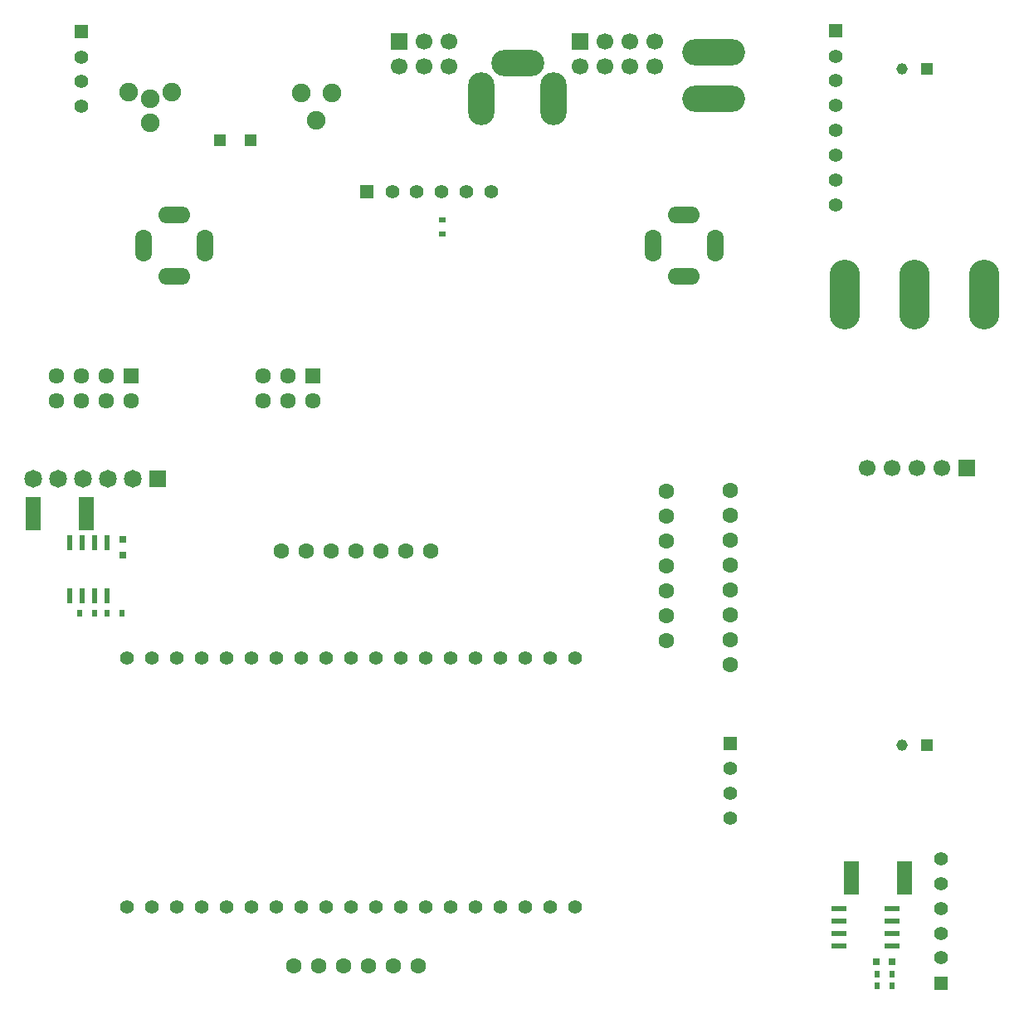
<source format=gbr>
G04 DipTrace 4.3.0.5*
G04 TopPaste.gbr*
%MOIN*%
G04 #@! TF.FileFunction,Paste,Top*
G04 #@! TF.Part,Single*
%ADD27C,0.062992*%
%ADD41C,0.066929*%
%ADD64R,0.020063X0.059063*%
%ADD66R,0.046063X0.046063*%
%ADD68C,0.046063*%
%ADD70O,0.122047X0.279528*%
%ADD72R,0.059063X0.020063*%
%ADD74O,0.251969X0.106299*%
%ADD76R,0.019685X0.031496*%
%ADD78R,0.059055X0.137795*%
%ADD80R,0.031496X0.019685*%
%ADD84C,0.063386*%
%ADD86R,0.063386X0.063386*%
%ADD88C,0.071654*%
%ADD90R,0.071654X0.071654*%
%ADD91R,0.055118X0.055118*%
%ADD93O,0.129921X0.066929*%
%ADD95O,0.066929X0.129921*%
%ADD96C,0.074803*%
%ADD98R,0.066929X0.066929*%
%ADD100O,0.212598X0.106299*%
%ADD102O,0.106299X0.212598*%
%ADD104R,0.047244X0.047244*%
%ADD106R,0.031496X0.031496*%
%ADD107C,0.055118*%
%FSLAX26Y26*%
G04*
G70*
G90*
G75*
G01*
G04 TopPaste*
%LPD*%
D107*
X2145669Y787402D3*
X2045669D3*
X2245669D3*
X2345669D3*
X1945669D3*
X2445669D3*
X1845669D3*
X2545669D3*
X1745669D3*
X2645669D3*
X1645669D3*
X2745669D3*
X1545669D3*
X1445669D3*
X2845669D3*
X2945669D3*
X1345669D3*
X1245669D3*
X3045669D3*
X2145669Y1787402D3*
X2045669D3*
X1945669D3*
X1845669D3*
X1745669D3*
X1645669D3*
X1545669D3*
X1445669D3*
X1345669D3*
X1245669D3*
X3045669D3*
X2945669D3*
X2845669D3*
X2745669D3*
X2645669D3*
X2545669D3*
X2445669D3*
X2345669D3*
X2245669D3*
D106*
X4255907Y566928D3*
X4318899D3*
X1228346Y2200787D3*
Y2263780D3*
D104*
X1742126Y3866142D3*
X1620079D3*
D96*
X1944882Y4059055D3*
X2007874Y3948819D3*
X2070866Y4059055D3*
X1251969Y4061024D3*
X1338583Y4033465D3*
X1425197Y4061024D3*
X1338583Y3938976D3*
D102*
X2671260Y4033465D3*
X2958661D3*
D100*
X2814961Y4177165D3*
D98*
X2339370Y4265354D3*
D41*
Y4165354D3*
X2439370Y4265354D3*
Y4165354D3*
X2539370Y4265354D3*
Y4165354D3*
D98*
X3066142Y4265354D3*
D41*
Y4165354D3*
X3166142Y4265354D3*
Y4165354D3*
X3266142Y4265354D3*
Y4165354D3*
X3366142Y4265354D3*
Y4165354D3*
D95*
X1312992Y3444882D3*
X1561024D3*
D93*
X1437008Y3568898D3*
Y3320866D3*
D95*
X3360236Y3444882D3*
X3608268D3*
D93*
X3484252Y3568898D3*
Y3320866D3*
D91*
X2210630Y3661417D3*
D107*
X2311614D3*
X2510630D3*
X2410630D3*
X2610630D3*
X2710630D3*
D91*
X1062992Y4303543D3*
D107*
Y4202559D3*
Y4003543D3*
Y4103543D3*
D91*
X4517718Y482282D3*
D107*
Y583266D3*
Y782282D3*
Y682282D3*
Y882282D3*
Y982282D3*
D90*
X1370079Y2507874D3*
D88*
X1270079D3*
X1170079D3*
X1070079D3*
X970079D3*
X870079D3*
D91*
X4094488Y4306693D3*
D107*
Y4205709D3*
Y4006693D3*
Y4106693D3*
Y3906693D3*
Y3806693D3*
Y3706693D3*
Y3606693D3*
D86*
X1991339Y2921260D3*
D84*
Y2821260D3*
X1891339Y2921260D3*
Y2821260D3*
X1791339Y2921260D3*
Y2821260D3*
D86*
X1264567Y2921260D3*
D84*
Y2821260D3*
X1164567Y2921260D3*
Y2821260D3*
X1064567Y2921260D3*
Y2821260D3*
X964567Y2921260D3*
Y2821260D3*
D27*
X2315354Y551181D3*
X2415354D3*
X2115354D3*
X2015354D3*
X1915354D3*
X2215354D3*
X3413386Y2257480D3*
Y2357480D3*
Y2457480D3*
Y2057480D3*
Y1957480D3*
Y1857480D3*
Y2157480D3*
X2265354Y2216535D3*
X2365354D3*
X2465354D3*
X2065354D3*
X1965354D3*
X1865354D3*
X2165354D3*
X3669291Y2060236D3*
Y1960236D3*
Y1860236D3*
Y2260236D3*
Y1760236D3*
Y2360236D3*
Y2460236D3*
Y2160236D3*
D91*
Y1445276D3*
D107*
Y1344291D3*
Y1145276D3*
Y1245276D3*
D80*
X2511811Y3490157D3*
Y3549213D3*
D78*
X4370080Y903542D3*
X4157482D3*
D76*
X4259844Y517715D3*
X4318899D3*
X4259844Y470471D3*
X4318899D3*
D78*
X1082677Y2366142D3*
X870079D3*
D76*
X1116142Y1968504D3*
X1057087D3*
X1167323D3*
X1226378D3*
D74*
X3602362Y4222441D3*
Y4035433D3*
D98*
X4618110Y2551181D3*
D41*
X4518110D3*
X4418110D3*
X4318110D3*
X4218110D3*
D72*
X4106301Y779723D3*
Y729723D3*
Y679723D3*
Y629723D3*
X4318899Y779723D3*
Y729723D3*
Y679723D3*
Y629723D3*
D70*
X4409449Y3248031D3*
X4128937D3*
X4689961D3*
D68*
X4359450Y4153542D3*
D66*
X4459450D3*
D68*
X4359450Y1437007D3*
D66*
X4459450D3*
D64*
X1015551Y2039370D3*
X1065551D3*
X1115551D3*
X1165551D3*
X1015551Y2251969D3*
X1065551D3*
X1115551D3*
X1165551D3*
M02*

</source>
